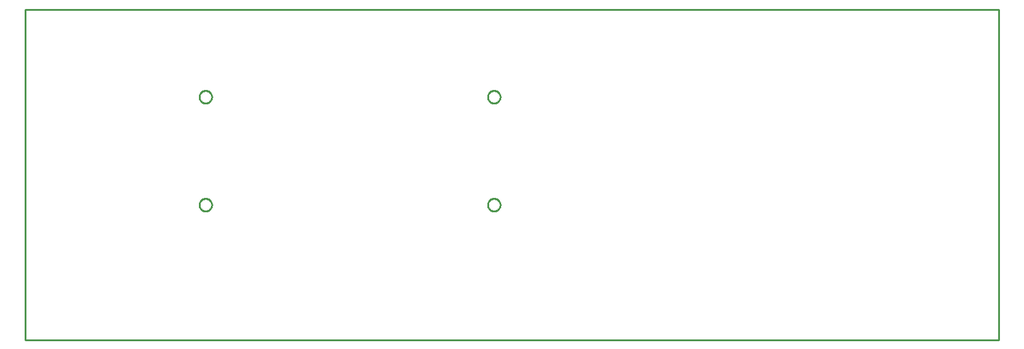
<source format=gbr>
G04 EAGLE Gerber RS-274X export*
G75*
%MOMM*%
%FSLAX34Y34*%
%LPD*%
%IN*%
%IPPOS*%
%AMOC8*
5,1,8,0,0,1.08239X$1,22.5*%
G01*
%ADD10C,0.254000*%


D10*
X-38100Y-50800D02*
X1333300Y-50800D01*
X1333300Y415800D01*
X-38100Y415800D01*
X-38100Y-50800D01*
X224790Y139312D02*
X224722Y138539D01*
X224588Y137774D01*
X224387Y137024D01*
X224121Y136295D01*
X223793Y135591D01*
X223405Y134919D01*
X222960Y134283D01*
X222461Y133688D01*
X221912Y133139D01*
X221317Y132640D01*
X220681Y132195D01*
X220009Y131807D01*
X219305Y131479D01*
X218576Y131213D01*
X217826Y131012D01*
X217061Y130878D01*
X216288Y130810D01*
X215512Y130810D01*
X214739Y130878D01*
X213974Y131012D01*
X213224Y131213D01*
X212495Y131479D01*
X211791Y131807D01*
X211119Y132195D01*
X210483Y132640D01*
X209888Y133139D01*
X209339Y133688D01*
X208840Y134283D01*
X208395Y134919D01*
X208007Y135591D01*
X207679Y136295D01*
X207413Y137024D01*
X207212Y137774D01*
X207078Y138539D01*
X207010Y139312D01*
X207010Y140088D01*
X207078Y140861D01*
X207212Y141626D01*
X207413Y142376D01*
X207679Y143105D01*
X208007Y143809D01*
X208395Y144481D01*
X208840Y145117D01*
X209339Y145712D01*
X209888Y146261D01*
X210483Y146760D01*
X211119Y147205D01*
X211791Y147593D01*
X212495Y147921D01*
X213224Y148187D01*
X213974Y148388D01*
X214739Y148522D01*
X215512Y148590D01*
X216288Y148590D01*
X217061Y148522D01*
X217826Y148388D01*
X218576Y148187D01*
X219305Y147921D01*
X220009Y147593D01*
X220681Y147205D01*
X221317Y146760D01*
X221912Y146261D01*
X222461Y145712D01*
X222960Y145117D01*
X223405Y144481D01*
X223793Y143809D01*
X224121Y143105D01*
X224387Y142376D01*
X224588Y141626D01*
X224722Y140861D01*
X224790Y140088D01*
X224790Y139312D01*
X224790Y291712D02*
X224722Y290939D01*
X224588Y290174D01*
X224387Y289424D01*
X224121Y288695D01*
X223793Y287991D01*
X223405Y287319D01*
X222960Y286683D01*
X222461Y286088D01*
X221912Y285539D01*
X221317Y285040D01*
X220681Y284595D01*
X220009Y284207D01*
X219305Y283879D01*
X218576Y283613D01*
X217826Y283412D01*
X217061Y283278D01*
X216288Y283210D01*
X215512Y283210D01*
X214739Y283278D01*
X213974Y283412D01*
X213224Y283613D01*
X212495Y283879D01*
X211791Y284207D01*
X211119Y284595D01*
X210483Y285040D01*
X209888Y285539D01*
X209339Y286088D01*
X208840Y286683D01*
X208395Y287319D01*
X208007Y287991D01*
X207679Y288695D01*
X207413Y289424D01*
X207212Y290174D01*
X207078Y290939D01*
X207010Y291712D01*
X207010Y292488D01*
X207078Y293261D01*
X207212Y294026D01*
X207413Y294776D01*
X207679Y295505D01*
X208007Y296209D01*
X208395Y296881D01*
X208840Y297517D01*
X209339Y298112D01*
X209888Y298661D01*
X210483Y299160D01*
X211119Y299605D01*
X211791Y299993D01*
X212495Y300321D01*
X213224Y300587D01*
X213974Y300788D01*
X214739Y300922D01*
X215512Y300990D01*
X216288Y300990D01*
X217061Y300922D01*
X217826Y300788D01*
X218576Y300587D01*
X219305Y300321D01*
X220009Y299993D01*
X220681Y299605D01*
X221317Y299160D01*
X221912Y298661D01*
X222461Y298112D01*
X222960Y297517D01*
X223405Y296881D01*
X223793Y296209D01*
X224121Y295505D01*
X224387Y294776D01*
X224588Y294026D01*
X224722Y293261D01*
X224790Y292488D01*
X224790Y291712D01*
X631190Y291712D02*
X631122Y290939D01*
X630988Y290174D01*
X630787Y289424D01*
X630521Y288695D01*
X630193Y287991D01*
X629805Y287319D01*
X629360Y286683D01*
X628861Y286088D01*
X628312Y285539D01*
X627717Y285040D01*
X627081Y284595D01*
X626409Y284207D01*
X625705Y283879D01*
X624976Y283613D01*
X624226Y283412D01*
X623461Y283278D01*
X622688Y283210D01*
X621912Y283210D01*
X621139Y283278D01*
X620374Y283412D01*
X619624Y283613D01*
X618895Y283879D01*
X618191Y284207D01*
X617519Y284595D01*
X616883Y285040D01*
X616288Y285539D01*
X615739Y286088D01*
X615240Y286683D01*
X614795Y287319D01*
X614407Y287991D01*
X614079Y288695D01*
X613813Y289424D01*
X613612Y290174D01*
X613478Y290939D01*
X613410Y291712D01*
X613410Y292488D01*
X613478Y293261D01*
X613612Y294026D01*
X613813Y294776D01*
X614079Y295505D01*
X614407Y296209D01*
X614795Y296881D01*
X615240Y297517D01*
X615739Y298112D01*
X616288Y298661D01*
X616883Y299160D01*
X617519Y299605D01*
X618191Y299993D01*
X618895Y300321D01*
X619624Y300587D01*
X620374Y300788D01*
X621139Y300922D01*
X621912Y300990D01*
X622688Y300990D01*
X623461Y300922D01*
X624226Y300788D01*
X624976Y300587D01*
X625705Y300321D01*
X626409Y299993D01*
X627081Y299605D01*
X627717Y299160D01*
X628312Y298661D01*
X628861Y298112D01*
X629360Y297517D01*
X629805Y296881D01*
X630193Y296209D01*
X630521Y295505D01*
X630787Y294776D01*
X630988Y294026D01*
X631122Y293261D01*
X631190Y292488D01*
X631190Y291712D01*
X631190Y139312D02*
X631122Y138539D01*
X630988Y137774D01*
X630787Y137024D01*
X630521Y136295D01*
X630193Y135591D01*
X629805Y134919D01*
X629360Y134283D01*
X628861Y133688D01*
X628312Y133139D01*
X627717Y132640D01*
X627081Y132195D01*
X626409Y131807D01*
X625705Y131479D01*
X624976Y131213D01*
X624226Y131012D01*
X623461Y130878D01*
X622688Y130810D01*
X621912Y130810D01*
X621139Y130878D01*
X620374Y131012D01*
X619624Y131213D01*
X618895Y131479D01*
X618191Y131807D01*
X617519Y132195D01*
X616883Y132640D01*
X616288Y133139D01*
X615739Y133688D01*
X615240Y134283D01*
X614795Y134919D01*
X614407Y135591D01*
X614079Y136295D01*
X613813Y137024D01*
X613612Y137774D01*
X613478Y138539D01*
X613410Y139312D01*
X613410Y140088D01*
X613478Y140861D01*
X613612Y141626D01*
X613813Y142376D01*
X614079Y143105D01*
X614407Y143809D01*
X614795Y144481D01*
X615240Y145117D01*
X615739Y145712D01*
X616288Y146261D01*
X616883Y146760D01*
X617519Y147205D01*
X618191Y147593D01*
X618895Y147921D01*
X619624Y148187D01*
X620374Y148388D01*
X621139Y148522D01*
X621912Y148590D01*
X622688Y148590D01*
X623461Y148522D01*
X624226Y148388D01*
X624976Y148187D01*
X625705Y147921D01*
X626409Y147593D01*
X627081Y147205D01*
X627717Y146760D01*
X628312Y146261D01*
X628861Y145712D01*
X629360Y145117D01*
X629805Y144481D01*
X630193Y143809D01*
X630521Y143105D01*
X630787Y142376D01*
X630988Y141626D01*
X631122Y140861D01*
X631190Y140088D01*
X631190Y139312D01*
M02*

</source>
